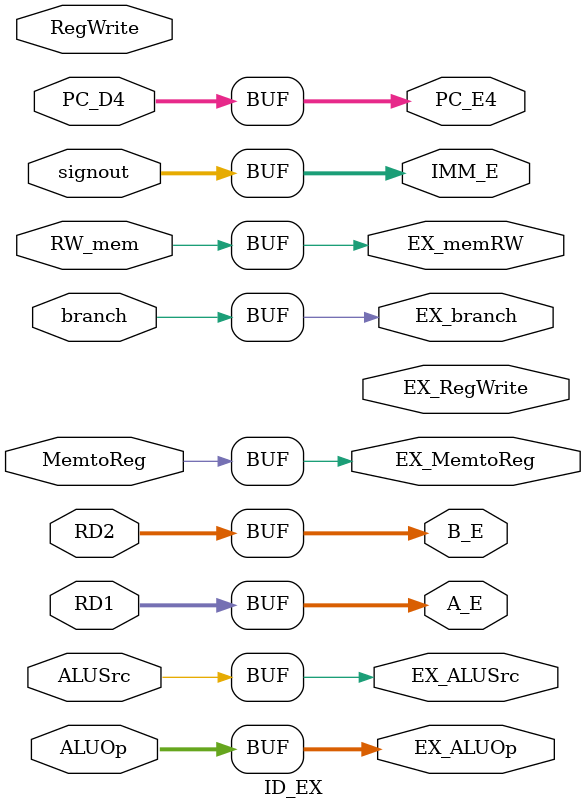
<source format=v>
module ID_EX(PC_D4, RD1, RD2, signout, ALUSrc, ALUOp, branch, RW_mem, MemtoReg, RegWrite,  
PC_E4, A_E, B_E, IMM_E, EX_ALUSrc, EX_ALUOp, EX_branch, EX_memRW, EX_MemtoReg, EX_RegWrite);

    input [31:0] PC_D4;
    input [31:0] RD1;
    input [31:0] RD2;
    input [31:0] signout;
    input ALUSrc;
    input [1:0] ALUOp;
    input branch;
    input RW_mem;
    input MemtoReg;
    input RegWrite;

    output reg [31:0] PC_E4;
    output reg [31:0] A_E;
    output reg [31:0] B_E;
    output reg [31:0] IMM_E;
    output reg EX_ALUSrc;
    output reg [1:0] EX_ALUOp;
    output reg EX_branch;
    output reg EX_memRW;
    output reg EX_MemtoReg;
    output reg EX_RegWrite;
    



    always @(*) begin
        PC_E4 <= PC_D4;
        A_E <= RD1;
        B_E <= RD2;
        IMM_E <= signout;
        EX_ALUSrc <= ALUSrc;
        EX_ALUOp <= ALUOp;
        EX_branch <= branch;
        EX_memRW <= RW_mem;
        EX_MemtoReg <= MemtoReg;
    end


endmodule
</source>
